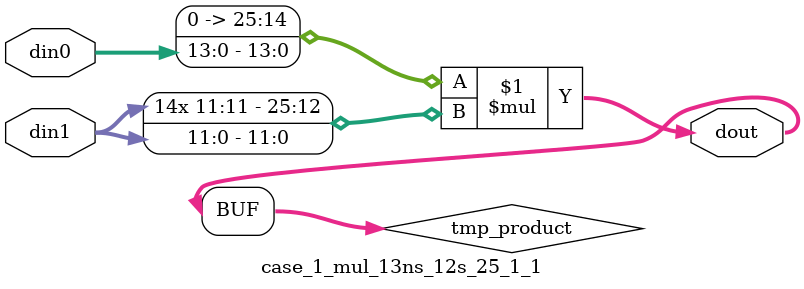
<source format=v>

`timescale 1 ns / 1 ps

 (* use_dsp = "no" *)  module case_1_mul_13ns_12s_25_1_1(din0, din1, dout);
parameter ID = 1;
parameter NUM_STAGE = 0;
parameter din0_WIDTH = 14;
parameter din1_WIDTH = 12;
parameter dout_WIDTH = 26;

input [din0_WIDTH - 1 : 0] din0; 
input [din1_WIDTH - 1 : 0] din1; 
output [dout_WIDTH - 1 : 0] dout;

wire signed [dout_WIDTH - 1 : 0] tmp_product;

























assign tmp_product = $signed({1'b0, din0}) * $signed(din1);










assign dout = tmp_product;





















endmodule

</source>
